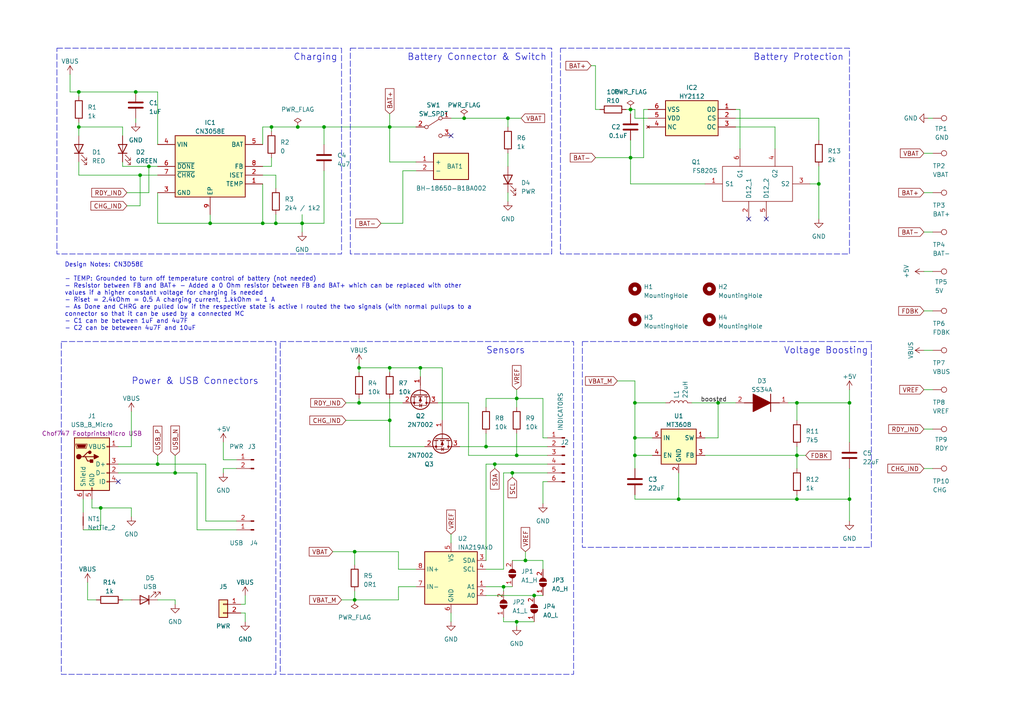
<source format=kicad_sch>
(kicad_sch (version 20231120) (generator "eeschema") (generator_version "8.0")
  (paper "A4")
  (title_block (company "chof.org"))
  (lib_symbols
    (symbol " Chof747 Batteries:BH-18650-B1BA002"
      (property "Reference" "BT" (at 16.51 7.62 0))
      (property "Value" "BH-18650-B1BA002" (at 16.51 5.08 0))
      (symbol "BH-18650-B1BA002_1_1"
        (pin passive line (at 0 -2.54 0) (length 5.08) (name "+") (number "1"))
        (pin passive line (at 0 0 0) (length 5.08) (name "-") (number "2"))
      )
    )
    (symbol "Chof747  Battery Management:CN3058E"
      (property "Reference" "IC" (at 26.67 7.62 0))
      (property "Value" "CN3058E" (at 26.67 5.08 0))
      (symbol "CN3058E_1_1"
        (pin passive line (at 30.48 -11.43 180) (length 5.08) (name "TEMP") (number "1"))
        (pin passive line (at 30.48 -8.89 180) (length 5.08) (name "ISET") (number "2"))
        (pin passive line (at 0 -13.97 0) (length 5.08) (name "GND") (number "3"))
        (pin passive line (at 0 0 0) (length 5.08) (name "VIN") (number "4"))
        (pin passive line (at 30.48 0 180) (length 5.08) (name "BAT") (number "5"))
        (pin passive line (at 0 -6.35 0) (length 5.08) (name "~{DONE}") (number "6"))
        (pin passive line (at 0 -8.89 0) (length 5.08) (name "~{CHRG}") (number "7"))
        (pin passive line (at 30.48 -6.35 180) (length 5.08) (name "FB") (number "8"))
        (pin passive line (at 15.24 -20.32 90) (length 5.08) (name "EP") (number "9"))
      )
    )
    (symbol "Chof747  Battery Management:HY2112"
      (property "Reference" "IC" (at 21.59 7.62 0))
      (property "Value" "HY2112" (at 21.59 5.08 0))
      (symbol "HY2112_1_1"
        (pin passive line (at 0 0 0) (length 5.08) (name "OD") (number "1"))
        (pin passive line (at 0 -2.54 0) (length 5.08) (name "CS") (number "2"))
        (pin passive line (at 0 -5.08 0) (length 5.08) (name "OC") (number "3"))
        (pin no_connect line (at 25.4 -5.08 180) (length 5.08) (name "NC") (number "4"))
        (pin passive line (at 25.4 -2.54 180) (length 5.08) (name "VDD") (number "5"))
        (pin passive line (at 25.4 0 180) (length 5.08) (name "VSS") (number "6"))
      )
    )
    (symbol "Chof747 Transistors and Mosfets:FS8205" (pin_names (offset 0.762))
      (property "Reference" "Q" (at 26.67 7.62 0))
      (property "Value" "FS8205" (at 26.67 5.08 0))
      (symbol "FS8205_0_0"
        (pin passive line (at 0 -2.54 0) (length 5.08) (name "S1") (number "1"))
        (pin passive line (at 12.7 -12.7 90) (length 5.08) (name "D12_1") (number "2"))
        (pin passive line (at 30.48 -2.54 180) (length 5.08) (name "S2") (number "3"))
        (pin input line (at 20.32 7.62 270) (length 5.08) (name "G2") (number "4"))
        (pin passive line (at 17.78 -12.7 90) (length 5.08) (name "D12_2") (number "5"))
        (pin input line (at 10.16 7.62 270) (length 5.08) (name "G1") (number "6"))
      )
    )
    (symbol "Chof747 passive:SS34A" (pin_names hide)
      (property "Reference" "D" (at 11.43 5.08 0))
      (property "Value" "SS34A" (at 11.43 2.54 0))
      (symbol "SS34A_1_1"
        (pin passive line (at 0 0 0) (length 2.54) (name "K") (number "1"))
        (pin passive line (at 15.24 0 180) (length 2.54) (name "A") (number "2"))
      )
    )
    (symbol "Connector:Conn_01x02_Pin" (pin_names (offset 1.016) hide)
      (property "Reference" "J" (at 0 2.54 0))
      (property "Value" "Conn_01x02_Pin" (at 0 -5.08 0))
      (symbol "Conn_01x02_Pin_1_1"
        (pin passive line (at 5.08 0 180) (length 3.81) (name "Pin_1") (number "1"))
        (pin passive line (at 5.08 -2.54 180) (length 3.81) (name "Pin_2") (number "2"))
      )
    )
    (symbol "Connector:Conn_01x06_Pin" (pin_names (offset 1.016) hide)
      (property "Reference" "J" (at 0 7.62 0))
      (property "Value" "Conn_01x06_Pin" (at 0 -10.16 0))
      (symbol "Conn_01x06_Pin_1_1"
        (pin passive line (at 5.08 5.08 180) (length 3.81) (name "Pin_1") (number "1"))
        (pin passive line (at 5.08 2.54 180) (length 3.81) (name "Pin_2") (number "2"))
        (pin passive line (at 5.08 0 180) (length 3.81) (name "Pin_3") (number "3"))
        (pin passive line (at 5.08 -2.54 180) (length 3.81) (name "Pin_4") (number "4"))
        (pin passive line (at 5.08 -5.08 180) (length 3.81) (name "Pin_5") (number "5"))
        (pin passive line (at 5.08 -7.62 180) (length 3.81) (name "Pin_6") (number "6"))
      )
    )
    (symbol "Connector:TestPoint" (pin_numbers hide) (pin_names (offset 0.762) hide)
      (property "Reference" "TP" (at 0 6.858 0))
      (property "Value" "TestPoint" (at 0 5.08 0))
      (symbol "TestPoint_1_1"
        (pin passive line (at 0 0 90) (length 2.54) (name "1") (number "1"))
      )
    )
    (symbol "Connector:USB_B_Micro" (pin_names (offset 1.016))
      (property "Reference" "J" (at -5.08 11.43 0))
      (property "Value" "USB_B_Micro" (at -5.08 8.89 0))
      (symbol "USB_B_Micro_1_1"
        (pin power_out line (at 7.62 5.08 180) (length 2.54) (name "VBUS") (number "1"))
        (pin bidirectional line (at 7.62 -2.54 180) (length 2.54) (name "D-") (number "2"))
        (pin bidirectional line (at 7.62 0 180) (length 2.54) (name "D+") (number "3"))
        (pin passive line (at 7.62 -5.08 180) (length 2.54) (name "ID") (number "4"))
        (pin power_out line (at 0 -10.16 90) (length 2.54) (name "GND") (number "5"))
        (pin passive line (at -2.54 -10.16 90) (length 2.54) (name "Shield") (number "6"))
      )
    )
    (symbol "Connector_Generic:Conn_01x02" (pin_names (offset 1.016) hide)
      (property "Reference" "J" (at 0 2.54 0))
      (property "Value" "Conn_01x02" (at 0 -5.08 0))
      (symbol "Conn_01x02_1_1"
        (pin passive line (at -5.08 0 0) (length 3.81) (name "Pin_1") (number "1"))
        (pin passive line (at -5.08 -2.54 0) (length 3.81) (name "Pin_2") (number "2"))
      )
    )
    (symbol "Device:C" (pin_numbers hide) (pin_names (offset 0.254))
      (property "Reference" "C" (at 0.635 2.54 0))
      (property "Value" "C" (at 0.635 -2.54 0))
      (symbol "C_1_1"
        (pin passive line (at 0 3.81 270) (length 2.794) (name "~") (number "1"))
        (pin passive line (at 0 -3.81 90) (length 2.794) (name "~") (number "2"))
      )
    )
    (symbol "Device:L" (pin_numbers hide) (pin_names (offset 1.016) hide)
      (property "Reference" "L" (at -1.27 0 90))
      (property "Value" "L" (at 1.905 0 90))
      (symbol "L_1_1"
        (pin passive line (at 0 3.81 270) (length 1.27) (name "1") (number "1"))
        (pin passive line (at 0 -3.81 90) (length 1.27) (name "2") (number "2"))
      )
    )
    (symbol "Device:LED" (pin_numbers hide) (pin_names (offset 1.016) hide)
      (property "Reference" "D" (at 0 2.54 0))
      (property "Value" "LED" (at 0 -2.54 0))
      (symbol "LED_1_1"
        (pin passive line (at -3.81 0 0) (length 2.54) (name "K") (number "1"))
        (pin passive line (at 3.81 0 180) (length 2.54) (name "A") (number "2"))
      )
    )
    (symbol "Device:NetTie_2" (pin_numbers hide) (pin_names (offset 0) hide) (in_bom no)
      (property "Reference" "NT" (at 0 1.27 0))
      (property "Value" "NetTie_2" (at 0 -1.27 0))
      (symbol "NetTie_2_1_1"
        (pin passive line (at -2.54 0 0) (length 2.54) (name "1") (number "1"))
        (pin passive line (at 2.54 0 180) (length 2.54) (name "2") (number "2"))
      )
    )
    (symbol "Device:R" (pin_numbers hide) (pin_names (offset 0))
      (property "Reference" "R" (at 2.032 0 90))
      (property "Value" "R" (at 0 0 90))
      (symbol "R_1_1"
        (pin passive line (at 0 3.81 270) (length 1.27) (name "~") (number "1"))
        (pin passive line (at 0 -3.81 90) (length 1.27) (name "~") (number "2"))
      )
    )
    (symbol "Jumper:SolderJumper_2_Open" (pin_names (offset 0) hide)
      (property "Reference" "JP" (at 0 2.032 0))
      (property "Value" "SolderJumper_2_Open" (at 0 -2.54 0))
      (symbol "SolderJumper_2_Open_1_1"
        (pin passive line (at -3.81 0 0) (length 2.54) (name "A") (number "1"))
        (pin passive line (at 3.81 0 180) (length 2.54) (name "B") (number "2"))
      )
    )
    (symbol "Mechanical:MountingHole" (pin_names (offset 1.016))
      (property "Reference" "H" (at 0 5.08 0))
      (property "Value" "MountingHole" (at 0 3.175 0))
    )
    (symbol "Regulator_Switching:MT3608"
      (property "Reference" "U" (at -2.54 8.89 0))
      (property "Value" "MT3608" (at -3.81 6.35 0))
      (symbol "MT3608_1_1"
        (pin passive line (at 7.62 2.54 180) (length 2.54) (name "SW") (number "1"))
        (pin power_in line (at 0 -7.62 90) (length 2.54) (name "GND") (number "2"))
        (pin input line (at 7.62 -2.54 180) (length 2.54) (name "FB") (number "3"))
        (pin input line (at -7.62 -2.54 0) (length 2.54) (name "EN") (number "4"))
        (pin power_in line (at -7.62 2.54 0) (length 2.54) (name "IN") (number "5"))
        (pin no_connect line (at 5.08 0 180) (length 2.54) hide (name "NC") (number "6"))
      )
    )
    (symbol "Sensor_Energy:INA219AxD"
      (property "Reference" "U" (at -6.35 8.89 0))
      (property "Value" "INA219AxD" (at 5.08 8.89 0))
      (symbol "INA219AxD_1_1"
        (pin input line (at 10.16 -2.54 180) (length 2.54) (name "A1") (number "1"))
        (pin input line (at 10.16 -5.08 180) (length 2.54) (name "A0") (number "2"))
        (pin bidirectional line (at 10.16 5.08 180) (length 2.54) (name "SDA") (number "3"))
        (pin input line (at 10.16 2.54 180) (length 2.54) (name "SCL") (number "4"))
        (pin power_in line (at 0 10.16 270) (length 2.54) (name "VS") (number "5"))
        (pin power_in line (at 0 -10.16 90) (length 2.54) (name "GND") (number "6"))
        (pin input line (at -10.16 -2.54 0) (length 2.54) (name "IN-") (number "7"))
        (pin input line (at -10.16 2.54 0) (length 2.54) (name "IN+") (number "8"))
      )
    )
    (symbol "Switch:SW_SPDT" (pin_names (offset 0) hide)
      (property "Reference" "SW" (at 0 4.318 0))
      (property "Value" "SW_SPDT" (at 0 -5.08 0))
      (symbol "SW_SPDT_1_1"
        (pin passive line (at 5.08 2.54 180) (length 2.54) (name "A") (number "1"))
        (pin passive line (at -5.08 0 0) (length 2.54) (name "B") (number "2"))
        (pin passive line (at 5.08 -2.54 180) (length 2.54) (name "C") (number "3"))
      )
    )
    (symbol "Transistor_FET:2N7002" (pin_names hide)
      (property "Reference" "Q" (at 5.08 1.905 0))
      (property "Value" "2N7002" (at 5.08 0 0))
      (symbol "2N7002_1_1"
        (pin input line (at -5.08 0 0) (length 2.54) (name "G") (number "1"))
        (pin passive line (at 2.54 -5.08 90) (length 2.54) (name "S") (number "2"))
        (pin passive line (at 2.54 5.08 270) (length 2.54) (name "D") (number "3"))
      )
    )
    (symbol "power:+5V" (power) (pin_names (offset 0))
      (property "Value" "+5V" (at 0 3.556 0))
      (symbol "+5V_1_1"
        (pin power_in line (at 0 0 90) (length 0) hide (name "+5V") (number "1"))
      )
    )
    (symbol "power:GND" (power) (pin_names (offset 0))
      (property "Value" "GND" (at 0 -3.81 0))
      (symbol "GND_1_1"
        (pin power_in line (at 0 0 270) (length 0) hide (name "GND") (number "1"))
      )
    )
    (symbol "power:PWR_FLAG" (power) (pin_numbers hide) (pin_names (offset 0) hide)
      (property "Value" "PWR_FLAG" (at 0 3.81 0))
      (symbol "PWR_FLAG_0_0"
        (pin power_out line (at 0 0 90) (length 0) (name "pwr") (number "1"))
      )
    )
    (symbol "power:VBUS" (power) (pin_names (offset 0))
      (property "Value" "VBUS" (at 0 3.81 0))
      (symbol "VBUS_1_1"
        (pin power_in line (at 0 0 90) (length 0) hide (name "VBUS") (number "1"))
      )
    )
  )
  (junction (at 184.15 132.08))
  (junction (at 143.51 134.62))
  (junction (at 22.86 26.67))
  (junction (at 182.88 31.75))
  (junction (at 40.64 50.8))
  (junction (at 113.03 36.83))
  (junction (at 208.28 116.84))
  (junction (at 152.4 162.56))
  (junction (at 231.14 116.84))
  (junction (at 76.2 64.77))
  (junction (at 104.14 116.84))
  (junction (at 29.21 147.32))
  (junction (at 148.59 137.16))
  (junction (at 60.96 64.77))
  (junction (at 231.14 144.78))
  (junction (at 104.14 106.68))
  (junction (at 146.05 170.18))
  (junction (at 246.38 144.78))
  (junction (at 147.32 34.29))
  (junction (at 149.86 180.34))
  (junction (at 102.87 160.02))
  (junction (at 39.37 26.67))
  (junction (at 121.92 106.68))
  (junction (at 102.87 173.99))
  (junction (at 184.15 116.84))
  (junction (at 78.74 36.83))
  (junction (at 184.15 127))
  (junction (at 246.38 116.84))
  (junction (at 149.86 115.57))
  (junction (at 140.97 129.54))
  (junction (at 45.72 134.62))
  (junction (at 87.63 64.77))
  (junction (at 43.18 48.26))
  (junction (at 86.36 36.83))
  (junction (at 22.86 36.83))
  (junction (at 154.94 172.72))
  (junction (at 93.98 36.83))
  (junction (at 149.86 132.08))
  (junction (at 196.85 144.78))
  (junction (at 80.01 64.77))
  (junction (at 113.03 106.68))
  (junction (at 113.03 121.92))
  (junction (at 231.14 132.08))
  (junction (at 134.62 34.29))
  (junction (at 237.49 53.34))
  (junction (at 182.88 45.72))
  (junction (at 50.8 137.16))
  (no_connect (at 217.17 63.5))
  (no_connect (at 34.29 139.7))
  (no_connect (at 222.25 63.5))
  (no_connect (at 130.81 39.37))
  (wire (pts (xy 204.47 53.34) (xy 182.88 53.34)))
  (wire (pts (xy 104.14 115.57) (xy 104.14 116.84)))
  (wire (pts (xy 35.56 36.83) (xy 35.56 39.37)))
  (wire (pts (xy 200.66 116.84) (xy 208.28 116.84)))
  (wire (pts (xy 80.01 50.8) (xy 80.01 54.61)))
  (wire (pts (xy 50.8 132.08) (xy 50.8 137.16)))
  (wire (pts (xy 36.83 59.69) (xy 40.64 59.69)))
  (wire (pts (xy 182.88 40.64) (xy 182.88 45.72)))
  (wire (pts (xy 38.1 147.32) (xy 38.1 149.86)))
  (wire (pts (xy 93.98 36.83) (xy 93.98 41.91)))
  (wire (pts (xy 29.21 147.32) (xy 38.1 147.32)))
  (wire (pts (xy 38.1 129.54) (xy 34.29 129.54)))
  (wire (pts (xy 57.15 137.16) (xy 57.15 153.67)))
  (wire (pts (xy 213.36 34.29) (xy 237.49 34.29)))
  (wire (pts (xy 113.03 106.68) (xy 121.92 106.68)))
  (wire (pts (xy 69.85 177.8) (xy 71.12 177.8)))
  (wire (pts (xy 64.77 137.16) (xy 64.77 135.89)))
  (wire (pts (xy 93.98 49.53) (xy 93.98 64.77)))
  (wire (pts (xy 140.97 134.62) (xy 140.97 162.56)))
  (wire (pts (xy 147.32 34.29) (xy 147.32 36.83)))
  (wire (pts (xy 78.74 36.83) (xy 86.36 36.83)))
  (wire (pts (xy 113.03 115.57) (xy 113.03 121.92)))
  (wire (pts (xy 158.75 139.7) (xy 157.48 139.7)))
  (wire (pts (xy 71.12 177.8) (xy 71.12 180.34)))
  (wire (pts (xy 76.2 36.83) (xy 76.2 41.91)))
  (wire (pts (xy 213.36 36.83) (xy 224.79 36.83)))
  (wire (pts (xy 231.14 132.08) (xy 231.14 135.89)))
  (wire (pts (xy 184.15 127) (xy 189.23 127)))
  (wire (pts (xy 86.36 36.83) (xy 93.98 36.83)))
  (wire (pts (xy 228.6 116.84) (xy 231.14 116.84)))
  (wire (pts (xy 143.51 134.62) (xy 140.97 134.62)))
  (wire (pts (xy 182.88 45.72) (xy 172.72 45.72)))
  (wire (pts (xy 115.57 173.99) (xy 115.57 170.18)))
  (wire (pts (xy 134.62 34.29) (xy 147.32 34.29)))
  (wire (pts (xy 39.37 26.67) (xy 45.72 26.67)))
  (wire (pts (xy 115.57 160.02) (xy 115.57 165.1)))
  (wire (pts (xy 45.72 26.67) (xy 45.72 41.91)))
  (wire (pts (xy 149.86 115.57) (xy 149.86 118.11)))
  (wire (pts (xy 184.15 132.08) (xy 184.15 135.89)))
  (wire (pts (xy 22.86 36.83) (xy 22.86 39.37)))
  (wire (pts (xy 76.2 36.83) (xy 78.74 36.83)))
  (wire (pts (xy 147.32 34.29) (xy 151.13 34.29)))
  (wire (pts (xy 35.56 48.26) (xy 43.18 48.26)))
  (wire (pts (xy 102.87 160.02) (xy 102.87 163.83)))
  (wire (pts (xy 76.2 50.8) (xy 80.01 50.8)))
  (wire (pts (xy 35.56 173.99) (xy 38.1 173.99)))
  (wire (pts (xy 59.69 134.62) (xy 59.69 151.13)))
  (wire (pts (xy 237.49 53.34) (xy 234.95 53.34)))
  (wire (pts (xy 60.96 64.77) (xy 60.96 62.23)))
  (wire (pts (xy 182.88 31.75) (xy 182.88 33.02)))
  (wire (pts (xy 270.51 44.45) (xy 267.97 44.45)))
  (wire (pts (xy 148.59 137.16) (xy 146.05 137.16)))
  (wire (pts (xy 20.32 26.67) (xy 22.86 26.67)))
  (wire (pts (xy 140.97 170.18) (xy 146.05 170.18)))
  (wire (pts (xy 96.52 160.02) (xy 102.87 160.02)))
  (wire (pts (xy 135.89 116.84) (xy 127 116.84)))
  (wire (pts (xy 179.07 110.49) (xy 184.15 110.49)))
  (wire (pts (xy 115.57 170.18) (xy 120.65 170.18)))
  (wire (pts (xy 24.13 144.78) (xy 24.13 148.59)))
  (wire (pts (xy 270.51 78.74) (xy 267.97 78.74)))
  (wire (pts (xy 43.18 48.26) (xy 45.72 48.26)))
  (wire (pts (xy 246.38 113.03) (xy 246.38 116.84)))
  (wire (pts (xy 143.51 135.89) (xy 143.51 134.62)))
  (wire (pts (xy 149.86 115.57) (xy 140.97 115.57)))
  (wire (pts (xy 184.15 116.84) (xy 193.04 116.84)))
  (wire (pts (xy 196.85 137.16) (xy 196.85 144.78)))
  (wire (pts (xy 184.15 110.49) (xy 184.15 116.84)))
  (wire (pts (xy 270.51 90.17) (xy 267.97 90.17)))
  (wire (pts (xy 130.81 154.94) (xy 130.81 157.48)))
  (wire (pts (xy 237.49 48.26) (xy 237.49 53.34)))
  (wire (pts (xy 146.05 180.34) (xy 149.86 180.34)))
  (wire (pts (xy 110.49 64.77) (xy 116.84 64.77)))
  (wire (pts (xy 102.87 171.45) (xy 102.87 173.99)))
  (wire (pts (xy 231.14 143.51) (xy 231.14 144.78)))
  (wire (pts (xy 147.32 44.45) (xy 147.32 48.26)))
  (wire (pts (xy 270.51 67.31) (xy 267.97 67.31)))
  (wire (pts (xy 224.79 36.83) (xy 224.79 43.18)))
  (wire (pts (xy 231.14 144.78) (xy 196.85 144.78)))
  (wire (pts (xy 29.21 153.67) (xy 29.21 147.32)))
  (wire (pts (xy 100.33 121.92) (xy 113.03 121.92)))
  (wire (pts (xy 140.97 129.54) (xy 158.75 129.54)))
  (wire (pts (xy 270.51 55.88) (xy 267.97 55.88)))
  (wire (pts (xy 87.63 64.77) (xy 87.63 67.31)))
  (wire (pts (xy 146.05 179.07) (xy 146.05 180.34)))
  (wire (pts (xy 39.37 34.29) (xy 39.37 35.56)))
  (wire (pts (xy 80.01 64.77) (xy 87.63 64.77)))
  (wire (pts (xy 100.33 116.84) (xy 104.14 116.84)))
  (wire (pts (xy 130.81 34.29) (xy 134.62 34.29)))
  (wire (pts (xy 152.4 160.02) (xy 152.4 162.56)))
  (wire (pts (xy 172.72 31.75) (xy 173.99 31.75)))
  (wire (pts (xy 172.72 19.05) (xy 172.72 31.75)))
  (wire (pts (xy 113.03 129.54) (xy 113.03 121.92)))
  (wire (pts (xy 154.94 180.34) (xy 149.86 180.34)))
  (wire (pts (xy 149.86 113.03) (xy 149.86 115.57)))
  (wire (pts (xy 25.4 168.91) (xy 25.4 173.99)))
  (wire (pts (xy 133.35 129.54) (xy 140.97 129.54)))
  (wire (pts (xy 157.48 162.56) (xy 152.4 162.56)))
  (wire (pts (xy 231.14 116.84) (xy 231.14 121.92)))
  (wire (pts (xy 36.83 55.88) (xy 43.18 55.88)))
  (wire (pts (xy 113.03 33.02) (xy 113.03 36.83)))
  (wire (pts (xy 104.14 116.84) (xy 116.84 116.84)))
  (wire (pts (xy 182.88 53.34) (xy 182.88 45.72)))
  (wire (pts (xy 76.2 53.34) (xy 76.2 64.77)))
  (wire (pts (xy 130.81 177.8) (xy 130.81 180.34)))
  (wire (pts (xy 186.69 31.75) (xy 186.69 45.72)))
  (wire (pts (xy 184.15 34.29) (xy 187.96 34.29)))
  (wire (pts (xy 148.59 137.16) (xy 158.75 137.16)))
  (wire (pts (xy 231.14 132.08) (xy 233.68 132.08)))
  (wire (pts (xy 140.97 172.72) (xy 154.94 172.72)))
  (wire (pts (xy 45.72 134.62) (xy 59.69 134.62)))
  (wire (pts (xy 231.14 144.78) (xy 246.38 144.78)))
  (wire (pts (xy 135.89 132.08) (xy 149.86 132.08)))
  (wire (pts (xy 186.69 31.75) (xy 187.96 31.75)))
  (wire (pts (xy 237.49 34.29) (xy 237.49 40.64)))
  (wire (pts (xy 116.84 49.53) (xy 120.65 49.53)))
  (wire (pts (xy 104.14 106.68) (xy 104.14 107.95)))
  (wire (pts (xy 26.67 144.78) (xy 26.67 147.32)))
  (wire (pts (xy 57.15 153.67) (xy 68.58 153.67)))
  (wire (pts (xy 38.1 119.38) (xy 38.1 129.54)))
  (wire (pts (xy 148.59 138.43) (xy 148.59 137.16)))
  (wire (pts (xy 104.14 105.41) (xy 104.14 106.68)))
  (wire (pts (xy 184.15 144.78) (xy 196.85 144.78)))
  (wire (pts (xy 184.15 132.08) (xy 189.23 132.08)))
  (wire (pts (xy 50.8 137.16) (xy 57.15 137.16)))
  (wire (pts (xy 246.38 116.84) (xy 246.38 128.27)))
  (wire (pts (xy 208.28 127) (xy 208.28 116.84)))
  (wire (pts (xy 102.87 173.99) (xy 115.57 173.99)))
  (wire (pts (xy 20.32 21.59) (xy 20.32 26.67)))
  (wire (pts (xy 64.77 133.35) (xy 68.58 133.35)))
  (wire (pts (xy 149.86 125.73) (xy 149.86 132.08)))
  (wire (pts (xy 45.72 64.77) (xy 60.96 64.77)))
  (wire (pts (xy 231.14 116.84) (xy 246.38 116.84)))
  (wire (pts (xy 25.4 173.99) (xy 27.94 173.99)))
  (wire (pts (xy 171.45 19.05) (xy 172.72 19.05)))
  (wire (pts (xy 93.98 64.77) (xy 87.63 64.77)))
  (wire (pts (xy 128.27 106.68) (xy 128.27 121.92)))
  (wire (pts (xy 40.64 59.69) (xy 40.64 50.8)))
  (wire (pts (xy 50.8 137.16) (xy 34.29 137.16)))
  (wire (pts (xy 26.67 147.32) (xy 29.21 147.32)))
  (wire (pts (xy 182.88 31.75) (xy 184.15 31.75)))
  (wire (pts (xy 231.14 132.08) (xy 231.14 129.54)))
  (wire (pts (xy 270.51 124.46) (xy 267.97 124.46)))
  (wire (pts (xy 113.03 36.83) (xy 120.65 36.83)))
  (wire (pts (xy 158.75 127) (xy 157.48 127)))
  (wire (pts (xy 270.51 113.03) (xy 267.97 113.03)))
  (wire (pts (xy 146.05 137.16) (xy 146.05 165.1)))
  (wire (pts (xy 147.32 55.88) (xy 147.32 58.42)))
  (wire (pts (xy 69.85 175.26) (xy 71.12 175.26)))
  (wire (pts (xy 157.48 115.57) (xy 149.86 115.57)))
  (wire (pts (xy 40.64 50.8) (xy 45.72 50.8)))
  (wire (pts (xy 135.89 116.84) (xy 135.89 132.08)))
  (wire (pts (xy 78.74 48.26) (xy 78.74 45.72)))
  (wire (pts (xy 140.97 125.73) (xy 140.97 129.54)))
  (wire (pts (xy 121.92 106.68) (xy 121.92 109.22)))
  (wire (pts (xy 143.51 134.62) (xy 158.75 134.62)))
  (wire (pts (xy 71.12 175.26) (xy 71.12 172.72)))
  (wire (pts (xy 184.15 143.51) (xy 184.15 144.78)))
  (wire (pts (xy 237.49 53.34) (xy 237.49 63.5)))
  (wire (pts (xy 93.98 36.83) (xy 113.03 36.83)))
  (wire (pts (xy 102.87 160.02) (xy 115.57 160.02)))
  (wire (pts (xy 154.94 172.72) (xy 157.48 172.72)))
  (wire (pts (xy 148.59 162.56) (xy 152.4 162.56)))
  (wire (pts (xy 87.63 62.23) (xy 87.63 64.77)))
  (wire (pts (xy 157.48 139.7) (xy 157.48 146.05)))
  (wire (pts (xy 146.05 170.18) (xy 148.59 170.18)))
  (wire (pts (xy 184.15 116.84) (xy 184.15 127)))
  (wire (pts (xy 146.05 165.1) (xy 140.97 165.1)))
  (wire (pts (xy 246.38 144.78) (xy 246.38 151.13)))
  (wire (pts (xy 99.06 173.99) (xy 102.87 173.99)))
  (wire (pts (xy 140.97 115.57) (xy 140.97 118.11)))
  (wire (pts (xy 115.57 165.1) (xy 120.65 165.1)))
  (wire (pts (xy 214.63 31.75) (xy 214.63 43.18)))
  (wire (pts (xy 35.56 46.99) (xy 35.56 48.26)))
  (wire (pts (xy 146.05 171.45) (xy 146.05 170.18)))
  (wire (pts (xy 45.72 132.08) (xy 45.72 134.62)))
  (wire (pts (xy 113.03 46.99) (xy 120.65 46.99)))
  (wire (pts (xy 157.48 127) (xy 157.48 115.57)))
  (wire (pts (xy 181.61 31.75) (xy 182.88 31.75)))
  (wire (pts (xy 121.92 106.68) (xy 128.27 106.68)))
  (wire (pts (xy 184.15 31.75) (xy 184.15 34.29)))
  (wire (pts (xy 204.47 127) (xy 208.28 127)))
  (wire (pts (xy 113.03 36.83) (xy 113.03 46.99)))
  (wire (pts (xy 59.69 151.13) (xy 68.58 151.13)))
  (wire (pts (xy 270.51 34.29) (xy 269.24 34.29)))
  (wire (pts (xy 22.86 36.83) (xy 35.56 36.83)))
  (wire (pts (xy 22.86 26.67) (xy 22.86 27.94)))
  (wire (pts (xy 270.51 135.89) (xy 267.97 135.89)))
  (wire (pts (xy 208.28 116.84) (xy 213.36 116.84)))
  (wire (pts (xy 204.47 132.08) (xy 231.14 132.08)))
  (wire (pts (xy 157.48 165.1) (xy 157.48 162.56)))
  (wire (pts (xy 24.13 153.67) (xy 29.21 153.67)))
  (wire (pts (xy 64.77 128.27) (xy 64.77 133.35)))
  (wire (pts (xy 104.14 106.68) (xy 113.03 106.68)))
  (wire (pts (xy 246.38 144.78) (xy 246.38 135.89)))
  (wire (pts (xy 45.72 173.99) (xy 50.8 173.99)))
  (wire (pts (xy 270.51 101.6) (xy 267.97 101.6)))
  (wire (pts (xy 22.86 46.99) (xy 22.86 50.8)))
  (wire (pts (xy 80.01 64.77) (xy 80.01 62.23)))
  (wire (pts (xy 22.86 26.67) (xy 39.37 26.67)))
  (wire (pts (xy 50.8 173.99) (xy 50.8 175.26)))
  (wire (pts (xy 22.86 35.56) (xy 22.86 36.83)))
  (wire (pts (xy 113.03 129.54) (xy 123.19 129.54)))
  (wire (pts (xy 78.74 38.1) (xy 78.74 36.83)))
  (wire (pts (xy 22.86 50.8) (xy 40.64 50.8)))
  (wire (pts (xy 214.63 31.75) (xy 213.36 31.75)))
  (wire (pts (xy 76.2 48.26) (xy 78.74 48.26)))
  (wire (pts (xy 64.77 135.89) (xy 68.58 135.89)))
  (wire (pts (xy 113.03 106.68) (xy 113.03 107.95)))
  (wire (pts (xy 45.72 55.88) (xy 45.72 64.77)))
  (wire (pts (xy 45.72 134.62) (xy 34.29 134.62)))
  (wire (pts (xy 149.86 132.08) (xy 158.75 132.08)))
  (wire (pts (xy 186.69 45.72) (xy 182.88 45.72)))
  (wire (pts (xy 76.2 64.77) (xy 80.01 64.77)))
  (wire (pts (xy 60.96 64.77) (xy 76.2 64.77)))
  (wire (pts (xy 149.86 180.34) (xy 149.86 181.61)))
  (wire (pts (xy 116.84 64.77) (xy 116.84 49.53)))
  (wire (pts (xy 43.18 55.88) (xy 43.18 48.26)))
  (wire (pts (xy 184.15 127) (xy 184.15 132.08)))
  (rectangle (start 162.56 13.97) (end 246.38 73.66) (stroke (width 0) (type dash)))
  (rectangle (start 16.51 13.97) (end 99.06 73.66) (stroke (width 0) (type dash)))
  (rectangle (start 168.91 99.06) (end 252.73 158.75) (stroke (width 0) (type dash)))
  (rectangle (start 17.78 99.06) (end 80.01 195.58) (stroke (width 0) (type dash)))
  (rectangle (start 101.6 13.97) (end 160.02 73.66) (stroke (width 0) (type dash)))
  (rectangle (start 81.28 99.06) (end 166.37 195.58) (stroke (width 0) (type dash)))
  (text_box "Design Notes: CN3D58E\n\n- TEMP: Grounded to turn off temperature control of battery (not needed)\n- Resistor between FB and BAT+ - Added a 0 Ohm resistor between FB and BAT+ which can be replaced with other values if a higher constant voltage for charging is needed\n- Riset = 2.4kOhm = 0.5 A charging current, 1.kkOhm = 1 A\n- As Done and CHRG are pulled low if the respective state is active I routed the two signals (with normal pullups to a connector so that it can be used by a connected MC\n- C1 can be between 1uF and 4u7F \n- C2 can be beteween 4u7F and 10uF" (at 17.78 74.93 0) (size 120.65 21.59) (stroke (width -0.0001)) (effects (font (size 1.27 1.27)) (justify left top)))
  (text "Battery Connector & Switch" (at 118.11 17.78 0) (effects (font (size 1.905 1.905)) (justify left bottom)))
  (text "Charging" (at 85.09 17.78 0) (effects (font (size 1.905 1.905)) (justify left bottom)))
  (text "Voltage Boosting" (at 227.33 102.87 0) (effects (font (size 1.905 1.905)) (justify left bottom)))
  (text "Sensors" (at 140.97 102.87 0) (effects (font (size 1.905 1.905)) (justify left bottom)))
  (text "Power & USB Connectors" (at 38.1 111.76 0) (effects (font (size 1.905 1.905)) (justify left bottom)))
  (text "Battery Protection" (at 218.44 17.78 0) (effects (font (size 1.905 1.905)) (justify left bottom)))
  (label "boosted" (at 203.2 116.84 0))
  (global_label "BAT+" (shape input) (at 113.03 33.02 90) (property "Intersheetrefs" "${INTERSHEET_REFS}" (effects (hide yes))))
  (global_label "VBAT" (shape input) (at 267.97 44.45 180) (property "Intersheetrefs" "${INTERSHEET_REFS}" (effects (hide yes))))
  (global_label "CHG_IND" (shape input) (at 267.97 135.89 180) (property "Intersheetrefs" "${INTERSHEET_REFS}" (effects (hide yes))))
  (global_label "CHG_IND" (shape input) (at 100.33 121.92 180) (property "Intersheetrefs" "${INTERSHEET_REFS}" (effects (hide yes))))
  (global_label "BAT+" (shape input) (at 171.45 19.05 180) (property "Intersheetrefs" "${INTERSHEET_REFS}" (effects (hide yes))))
  (global_label "VBAT_M" (shape input) (at 179.07 110.49 180) (property "Intersheetrefs" "${INTERSHEET_REFS}" (effects (hide yes))))
  (global_label "BAT-" (shape input) (at 172.72 45.72 180) (property "Intersheetrefs" "${INTERSHEET_REFS}" (effects (hide yes))))
  (global_label "RDY_IND" (shape input) (at 267.97 124.46 180) (property "Intersheetrefs" "${INTERSHEET_REFS}" (effects (hide yes))))
  (global_label "VREF" (shape input) (at 152.4 160.02 90) (property "Intersheetrefs" "${INTERSHEET_REFS}" (effects (hide yes))))
  (global_label "VREF" (shape input) (at 149.86 113.03 90) (property "Intersheetrefs" "${INTERSHEET_REFS}" (effects (hide yes))))
  (global_label "RDY_IND" (shape input) (at 100.33 116.84 180) (property "Intersheetrefs" "${INTERSHEET_REFS}" (effects (hide yes))))
  (global_label "USB_N" (shape input) (at 50.8 132.08 90) (property "Intersheetrefs" "${INTERSHEET_REFS}" (effects (hide yes))))
  (global_label "VREF" (shape input) (at 130.81 154.94 90) (property "Intersheetrefs" "${INTERSHEET_REFS}" (effects (hide yes))))
  (global_label "VBAT" (shape input) (at 96.52 160.02 180) (property "Intersheetrefs" "${INTERSHEET_REFS}" (effects (hide yes))))
  (global_label "SDA" (shape input) (at 143.51 135.89 270) (property "Intersheetrefs" "${INTERSHEET_REFS}" (effects (hide yes))))
  (global_label "CHG_IND" (shape input) (at 36.83 59.69 180) (property "Intersheetrefs" "${INTERSHEET_REFS}" (effects (hide yes))))
  (global_label "FDBK" (shape input) (at 233.68 132.08 0) (property "Intersheetrefs" "${INTERSHEET_REFS}" (effects (hide yes))))
  (global_label "FDBK" (shape input) (at 267.97 90.17 180) (property "Intersheetrefs" "${INTERSHEET_REFS}" (effects (hide yes))))
  (global_label "VREF" (shape input) (at 267.97 113.03 180) (property "Intersheetrefs" "${INTERSHEET_REFS}" (effects (hide yes))))
  (global_label "BAT+" (shape input) (at 267.97 55.88 180) (property "Intersheetrefs" "${INTERSHEET_REFS}" (effects (hide yes))))
  (global_label "SCL" (shape input) (at 148.59 138.43 270) (property "Intersheetrefs" "${INTERSHEET_REFS}" (effects (hide yes))))
  (global_label "BAT-" (shape input) (at 110.49 64.77 180) (property "Intersheetrefs" "${INTERSHEET_REFS}" (effects (hide yes))))
  (global_label "USB_P" (shape input) (at 45.72 132.08 90) (property "Intersheetrefs" "${INTERSHEET_REFS}" (effects (hide yes))))
  (global_label "RDY_IND" (shape input) (at 36.83 55.88 180) (property "Intersheetrefs" "${INTERSHEET_REFS}" (effects (hide yes))))
  (global_label "VBAT_M" (shape input) (at 99.06 173.99 180) (property "Intersheetrefs" "${INTERSHEET_REFS}" (effects (hide yes))))
  (global_label "BAT-" (shape input) (at 267.97 67.31 180) (property "Intersheetrefs" "${INTERSHEET_REFS}" (effects (hide yes))))
  (global_label "VBAT" (shape input) (at 151.13 34.29 0) (property "Intersheetrefs" "${INTERSHEET_REFS}" (effects (hide yes))))
  (symbol (lib_id "Device:R") (at 113.03 111.76 0) (unit 1)
    (property "Reference" "R7" (at 115.57 111.125 0) (effects (justify left)))
    (property "Value" "10k" (at 115.57 113.665 0) (effects (justify left)))
    (property "Footprint" "Resistor_SMD:R_0603_1608Metric_Pad0.98x0.95mm_HandSolder" (effects (hide yes)))
  )
  (symbol (lib_id "Device:R") (at 149.86 121.92 0) (unit 1)
    (property "Reference" "R9" (at 152.4 121.285 0) (effects (justify left)))
    (property "Value" "10k" (at 152.4 123.825 0) (effects (justify left)))
    (property "Footprint" "Resistor_SMD:R_0603_1608Metric_Pad0.98x0.95mm_HandSolder" (effects (hide yes)))
  )
  (symbol (lib_id "Device:R") (at 231.14 139.7 0) (unit 1)
    (property "Reference" "R12" (at 233.68 139.065 0) (effects (justify left)))
    (property "Value" "1k" (at 233.68 141.605 0) (effects (justify left)))
    (property "Footprint" "Resistor_SMD:R_0603_1608Metric_Pad0.98x0.95mm_HandSolder" (effects (hide yes)))
  )
  (symbol (lib_id " Chof747 Batteries:BH-18650-B1BA002") (at 120.65 49.53 0) (mirror x) (unit 1)
    (property "Reference" "BAT1" (at 129.54 48.26 0) (effects (justify left)))
    (property "Value" "BH-18650-B1BA002" (at 120.65 54.61 0) (effects (justify left)))
    (property "Footprint" "Chof747 Footprints:BH18650B1BA002" (effects (hide yes)))
    (property "Datasheet" "https://datasheet.lcsc.com/lcsc/2204021730_MYOUNG-BH-18650-B1BA002_C2988620.pdf" (effects (hide yes)))
    (property "Height" "15.06" (effects (hide yes)))
    (property "Manufacturer_Name" "MYOUNG" (effects (hide yes)))
    (property "Manufacturer_Part_Number" "BH-18650-B1BA002" (effects (hide yes)))
  )
  (symbol (lib_id "Jumper:SolderJumper_2_Open") (at 154.94 176.53 90) (unit 1)
    (property "Reference" "JP4" (at 157.48 175.895 90) (effects (justify right)))
    (property "Value" "A0_L" (at 157.48 178.435 90) (effects (justify right)))
    (property "Footprint" "Jumper:SolderJumper-2_P1.3mm_Open_RoundedPad1.0x1.5mm" (effects (hide yes)))
  )
  (symbol (lib_id "Connector:TestPoint") (at 270.51 78.74 270) (unit 1)
    (property "Reference" "TP5" (at 271.145 81.788 90) (effects (justify left)))
    (property "Value" "5V" (at 271.145 84.328 90) (effects (justify left)))
    (property "Footprint" "TestPoint:TestPoint_Pad_2.0x2.0mm" (effects (hide yes)))
  )
  (symbol (lib_id "power:GND") (at 71.12 180.34 0) (unit 1)
    (property "Reference" "#PWR022" (effects (hide yes)))
    (property "Value" "GND" (at 71.12 185.42 0))
  )
  (symbol (lib_id "power:VBUS") (at 104.14 105.41 0) (unit 1)
    (property "Reference" "#PWR06" (effects (hide yes)))
    (property "Value" "VBUS" (at 104.14 101.6 0))
  )
  (symbol (lib_id "Device:C") (at 184.15 139.7 0) (unit 1)
    (property "Reference" "C3" (at 187.96 139.065 0) (effects (justify left)))
    (property "Value" "22uF" (at 187.96 141.605 0) (effects (justify left)))
    (property "Footprint" "Capacitor_SMD:C_1206_3216Metric_Pad1.33x1.80mm_HandSolder" (effects (hide yes)))
  )
  (symbol (lib_id "Connector:Conn_01x02_Pin") (at 73.66 133.35 0) (mirror y) (unit 1)
    (property "Reference" "J3" (at 73.025 129.54 0))
    (property "Value" "PWR" (at 68.58 129.54 0))
    (property "Footprint" "Connector_PinHeader_2.54mm:PinHeader_1x02_P2.54mm_Horizontal" (effects (hide yes)))
  )
  (symbol (lib_id "Device:R") (at 140.97 121.92 0) (unit 1)
    (property "Reference" "R8" (at 143.51 121.285 0) (effects (justify left)))
    (property "Value" "10k" (at 143.51 123.825 0) (effects (justify left)))
    (property "Footprint" "Resistor_SMD:R_0603_1608Metric_Pad0.98x0.95mm_HandSolder" (effects (hide yes)))
  )
  (symbol (lib_id "Mechanical:MountingHole") (at 205.74 83.82 0) (unit 1)
    (property "Reference" "H2" (at 208.28 83.185 0) (effects (justify left)))
    (property "Value" "MountingHole" (at 208.28 85.725 0) (effects (justify left)))
    (property "Footprint" "Chof747 Footprints:MountingHole_3.2mm_M3-smallBorder" (effects (hide yes)))
  )
  (symbol (lib_id "Device:R") (at 177.8 31.75 270) (unit 1)
    (property "Reference" "R10" (at 177.8 29.21 90))
    (property "Value" "100" (at 177.8 26.67 90))
    (property "Footprint" "Resistor_SMD:R_0603_1608Metric_Pad0.98x0.95mm_HandSolder" (effects (hide yes)))
  )
  (symbol (lib_id "Connector:TestPoint") (at 270.51 124.46 270) (unit 1)
    (property "Reference" "TP9" (at 271.145 127.508 90) (effects (justify left)))
    (property "Value" "RDY" (at 271.145 130.048 90) (effects (justify left)))
    (property "Footprint" "TestPoint:TestPoint_Pad_2.0x2.0mm" (effects (hide yes)))
  )
  (symbol (lib_id "Device:C") (at 39.37 30.48 0) (unit 1)
    (property "Reference" "C1" (at 43.18 29.845 0) (effects (justify left)))
    (property "Value" "1uF" (at 43.18 32.385 0) (effects (justify left)))
    (property "Footprint" "Capacitor_SMD:C_0603_1608Metric_Pad1.08x0.95mm_HandSolder" (effects (hide yes)))
  )
  (symbol (lib_id "power:VBUS") (at 71.12 172.72 0) (unit 1)
    (property "Reference" "#PWR021" (effects (hide yes)))
    (property "Value" "VBUS" (at 71.12 168.91 0))
  )
  (symbol (lib_id "Connector:USB_B_Micro") (at 26.67 134.62 0) (unit 1)
    (property "Reference" "J1" (at 26.67 120.65 0))
    (property "Value" "USB_B_Micro" (at 26.67 123.19 0))
    (property "Footprint" "Chof747 Footprints:Micro USB" (at 26.67 125.73 0))
  )
  (symbol (lib_id "Device:R") (at 31.75 173.99 90) (unit 1)
    (property "Reference" "R14" (at 31.75 168.91 90))
    (property "Value" "1k" (at 31.75 171.45 90))
    (property "Footprint" "Resistor_SMD:R_0603_1608Metric_Pad0.98x0.95mm_HandSolder" (effects (hide yes)))
  )
  (symbol (lib_id "Sensor_Energy:INA219AxD") (at 130.81 167.64 0) (unit 1)
    (property "Reference" "U2" (at 132.7659 156.21 0) (effects (justify left)))
    (property "Value" "INA219AxD" (at 132.7659 158.75 0) (effects (justify left)))
    (property "Footprint" "Package_SO:SOIC-8_3.9x4.9mm_P1.27mm" (effects (hide yes)))
    (property "Datasheet" "http://www.ti.com/lit/ds/symlink/ina219.pdf" (effects (hide yes)))
  )
  (symbol (lib_id "power:PWR_FLAG") (at 102.87 173.99 180) (unit 1)
    (property "Reference" "#FLG04" (effects (hide yes)))
    (property "Value" "PWR_FLAG" (at 102.87 179.07 0))
  )
  (symbol (lib_id "Device:L") (at 196.85 116.84 90) (unit 1)
    (property "Reference" "L1" (at 196.215 115.57 0) (effects (justify left)))
    (property "Value" "22uH" (at 198.755 115.57 0) (effects (justify left)))
    (property "Footprint" "Chof747 Footprints:SMD0740" (effects (hide yes)))
  )
  (symbol (lib_id "power:GND") (at 237.49 63.5 0) (unit 1)
    (property "Reference" "#PWR09" (effects (hide yes)))
    (property "Value" "GND" (at 237.49 68.58 0))
  )
  (symbol (lib_id "Connector_Generic:Conn_01x02") (at 64.77 175.26 0) (mirror y) (unit 1)
    (property "Reference" "J5" (at 64.77 170.18 0))
    (property "Value" "PWR" (at 64.77 181.61 0))
    (property "Footprint" "Chof747_Connectors:pad_1x2_1.5mmx3mm" (effects (hide yes)))
  )
  (symbol (lib_id "Device:R") (at 237.49 44.45 0) (unit 1)
    (property "Reference" "R13" (at 240.03 43.815 0) (effects (justify left)))
    (property "Value" "2k" (at 240.03 46.355 0) (effects (justify left)))
    (property "Footprint" "Resistor_SMD:R_0603_1608Metric_Pad0.98x0.95mm_HandSolder" (effects (hide yes)))
  )
  (symbol (lib_id "Connector:TestPoint") (at 270.51 34.29 270) (unit 1)
    (property "Reference" "TP1" (at 271.145 37.338 90) (effects (justify left)))
    (property "Value" "GND" (at 271.145 39.878 90) (effects (justify left)))
    (property "Footprint" "TestPoint:TestPoint_Pad_2.0x2.0mm" (effects (hide yes)))
  )
  (symbol (lib_id "Connector:TestPoint") (at 270.51 67.31 270) (unit 1)
    (property "Reference" "TP4" (at 270.51 70.993 90) (effects (justify left)))
    (property "Value" "BAT-" (at 270.51 73.533 90) (effects (justify left)))
    (property "Footprint" "TestPoint:TestPoint_Pad_2.0x2.0mm" (effects (hide yes)))
  )
  (symbol (lib_id "Device:R") (at 231.14 125.73 0) (unit 1)
    (property "Reference" "R11" (at 233.68 125.095 0) (effects (justify left)))
    (property "Value" "7k5" (at 233.68 127.635 0) (effects (justify left)))
    (property "Footprint" "Resistor_SMD:R_0603_1608Metric_Pad0.98x0.95mm_HandSolder" (effects (hide yes)))
  )
  (symbol (lib_id "power:PWR_FLAG") (at 182.88 31.75 0) (unit 1)
    (property "Reference" "#FLG02" (effects (hide yes)))
    (property "Value" "PWR_FLAG" (at 182.88 26.67 0))
  )
  (symbol (lib_id "Device:NetTie_2") (at 24.13 151.13 90) (unit 1) (in_bom no)
    (property "Reference" "NT1" (at 25.4 150.495 90) (effects (justify right)))
    (property "Value" "NetTie_2" (at 25.4 153.035 90) (effects (justify right)))
    (property "Footprint" "NetTie:NetTie-2_SMD_Pad0.5mm" (effects (hide yes)))
  )
  (symbol (lib_id "power:GND") (at 269.24 34.29 270) (unit 1)
    (property "Reference" "#PWR016" (effects (hide yes)))
    (property "Value" "GND" (at 264.16 34.29 90))
  )
  (symbol (lib_id "Device:R") (at 80.01 58.42 0) (unit 1)
    (property "Reference" "R3" (at 82.55 57.785 0) (effects (justify left)))
    (property "Value" "2k4 / 1k2" (at 82.55 60.325 0) (effects (justify left)))
    (property "Footprint" "Resistor_SMD:R_0603_1608Metric_Pad0.98x0.95mm_HandSolder" (effects (hide yes)))
  )
  (symbol (lib_id "Jumper:SolderJumper_2_Open") (at 148.59 166.37 90) (unit 1)
    (property "Reference" "JP1" (at 151.13 165.735 90) (effects (justify right)))
    (property "Value" "A1_H" (at 151.13 168.275 90) (effects (justify right)))
    (property "Footprint" "Jumper:SolderJumper-2_P1.3mm_Open_RoundedPad1.0x1.5mm" (effects (hide yes)))
  )
  (symbol (lib_id "Connector:TestPoint") (at 270.51 90.17 270) (unit 1)
    (property "Reference" "TP6" (at 270.51 93.853 90) (effects (justify left)))
    (property "Value" "FDBK" (at 270.51 96.393 90) (effects (justify left)))
    (property "Footprint" "TestPoint:TestPoint_Pad_2.0x2.0mm" (effects (hide yes)))
  )
  (symbol (lib_id "power:+5V") (at 246.38 113.03 0) (unit 1)
    (property "Reference" "#PWR011" (effects (hide yes)))
    (property "Value" "+5V" (at 246.38 109.22 0))
  )
  (symbol (lib_id "Connector:TestPoint") (at 270.51 101.6 270) (unit 1)
    (property "Reference" "TP7" (at 270.51 105.283 90) (effects (justify left)))
    (property "Value" "VBUS" (at 270.51 107.823 90) (effects (justify left)))
    (property "Footprint" "TestPoint:TestPoint_Pad_2.0x2.0mm" (effects (hide yes)))
  )
  (symbol (lib_id "power:+5V") (at 267.97 78.74 90) (unit 1)
    (property "Reference" "#PWR017" (effects (hide yes)))
    (property "Value" "+5V" (at 262.89 78.74 0))
  )
  (symbol (lib_id "Connector:Conn_01x06_Pin") (at 163.83 132.08 0) (mirror y) (unit 1)
    (property "Reference" "J2" (at 163.83 128.27 0))
    (property "Value" "INDICATORS" (at 162.56 119.38 90))
    (property "Footprint" "Connector_PinHeader_2.54mm:PinHeader_1x06_P2.54mm_Horizontal" (effects (hide yes)))
  )
  (symbol (lib_id "power:GND") (at 39.37 35.56 0) (unit 1)
    (property "Reference" "#PWR08" (effects (hide yes)))
    (property "Value" "GND" (at 39.37 40.64 0))
  )
  (symbol (lib_id "power:GND") (at 130.81 180.34 0) (unit 1)
    (property "Reference" "#PWR013" (effects (hide yes)))
    (property "Value" "GND" (at 130.81 185.42 0))
  )
  (symbol (lib_id "Connector:TestPoint") (at 270.51 113.03 270) (unit 1)
    (property "Reference" "TP8" (at 270.51 116.713 90) (effects (justify left)))
    (property "Value" "VREF" (at 270.51 119.253 90) (effects (justify left)))
    (property "Footprint" "TestPoint:TestPoint_Pad_2.0x2.0mm" (effects (hide yes)))
  )
  (symbol (lib_id "Transistor_FET:2N7002") (at 128.27 127 270) (unit 1)
    (property "Reference" "Q3" (at 124.46 134.62 90))
    (property "Value" "2N7002" (at 121.92 132.08 90))
    (property "Footprint" "Package_TO_SOT_SMD:SOT-23" (effects (hide yes)))
    (property "Datasheet" "https://www.onsemi.com/pub/Collateral/NDS7002A-D.PDF" (effects (hide yes)))
  )
  (symbol (lib_id "Jumper:SolderJumper_2_Open") (at 146.05 175.26 90) (unit 1)
    (property "Reference" "JP2" (at 148.59 174.625 90) (effects (justify right)))
    (property "Value" "A1_L" (at 148.59 177.165 90) (effects (justify right)))
    (property "Footprint" "Jumper:SolderJumper-2_P1.3mm_Open_RoundedPad1.0x1.5mm" (effects (hide yes)))
  )
  (symbol (lib_id "Chof747  Battery Management:HY2112") (at 213.36 31.75 0) (mirror y) (unit 1)
    (property "Reference" "IC2" (at 200.66 25.4 0))
    (property "Value" "HY2112" (at 200.66 27.94 0))
    (property "Footprint" "Chof747 Footprints:SOT95P280X145-6N" (effects (hide yes)))
    (property "Datasheet" "https://www.hycontek.com/en/products-en/3125" (effects (hide yes)))
    (property "Height" "1.4" (effects (hide yes)))
    (property "Manufacturer_Name" "HYCON Tech" (effects (hide yes)))
    (property "Manufacturer_Part_Number" "HY2112" (effects (hide yes)))
  )
  (symbol (lib_id "Connector:Conn_01x02_Pin") (at 73.66 153.67 180) (unit 1)
    (property "Reference" "J4" (at 73.66 157.48 0))
    (property "Value" "USB" (at 68.58 157.48 0))
    (property "Footprint" "Connector_PinHeader_2.54mm:PinHeader_1x02_P2.54mm_Horizontal" (effects (hide yes)))
  )
  (symbol (lib_id "power:GND") (at 87.63 67.31 0) (unit 1)
    (property "Reference" "#PWR07" (effects (hide yes)))
    (property "Value" "GND" (at 87.63 72.39 0))
  )
  (symbol (lib_id "Connector:TestPoint") (at 270.51 44.45 270) (unit 1)
    (property "Reference" "TP2" (at 270.51 48.133 90) (effects (justify left)))
    (property "Value" "VBAT" (at 270.51 50.673 90) (effects (justify left)))
    (property "Footprint" "TestPoint:TestPoint_Pad_2.0x2.0mm" (effects (hide yes)))
  )
  (symbol (lib_id "Device:R") (at 102.87 167.64 0) (unit 1)
    (property "Reference" "R5" (at 105.41 167.005 0) (effects (justify left)))
    (property "Value" "0R1" (at 105.41 169.545 0) (effects (justify left)))
    (property "Footprint" "Resistor_SMD:R_2512_6332Metric_Pad1.40x3.35mm_HandSolder" (effects (hide yes)))
  )
  (symbol (lib_id "power:VBUS") (at 38.1 119.38 0) (unit 1)
    (property "Reference" "#PWR01" (effects (hide yes)))
    (property "Value" "VBUS" (at 38.1 115.57 0))
  )
  (symbol (lib_id "Transistor_FET:2N7002") (at 121.92 114.3 270) (unit 1)
    (property "Reference" "Q2" (at 121.92 120.65 90))
    (property "Value" "2N7002" (at 121.92 123.19 90))
    (property "Footprint" "Package_TO_SOT_SMD:SOT-23" (effects (hide yes)))
    (property "Datasheet" "https://www.onsemi.com/pub/Collateral/NDS7002A-D.PDF" (effects (hide yes)))
  )
  (symbol (lib_id "Mechanical:MountingHole") (at 205.74 92.71 0) (unit 1)
    (property "Reference" "H4" (at 208.28 92.075 0) (effects (justify left)))
    (property "Value" "MountingHole" (at 208.28 94.615 0) (effects (justify left)))
    (property "Footprint" "Chof747 Footprints:MountingHole_3.2mm_M3-smallBorder" (effects (hide yes)))
  )
  (symbol (lib_id "Device:C") (at 246.38 132.08 0) (unit 1)
    (property "Reference" "C5" (at 250.19 131.445 0) (effects (justify left)))
    (property "Value" "22uF" (at 250.19 133.985 0) (effects (justify left)))
    (property "Footprint" "Capacitor_SMD:C_1206_3216Metric_Pad1.33x1.80mm_HandSolder" (effects (hide yes)))
  )
  (symbol (lib_id "Device:R") (at 78.74 41.91 0) (unit 1)
    (property "Reference" "R2" (at 81.28 41.275 0) (effects (justify left)))
    (property "Value" "0" (at 81.28 43.815 0) (effects (justify left)))
    (property "Footprint" "Resistor_SMD:R_0603_1608Metric_Pad0.98x0.95mm_HandSolder" (effects (hide yes)))
  )
  (symbol (lib_id "Chof747  Battery Management:CN3058E") (at 45.72 41.91 0) (unit 1)
    (property "Reference" "IC1" (at 60.96 35.56 0))
    (property "Value" "CN3058E" (at 60.96 38.1 0))
    (property "Footprint" "SOIC127P600X175-9N" (effects (hide yes)))
    (property "Datasheet" "https://datasheet.lcsc.com/lcsc/1809192034_ShangHai-Consonance-Elec-CN3058E_C112011.pdf" (effects (hide yes)))
    (property "Height" "1.75" (effects (hide yes)))
    (property "Manufacturer_Name" "ShangHai Consonance Elec" (effects (hide yes)))
    (property "Manufacturer_Part_Number" "CN3058E" (effects (hide yes)))
  )
  (symbol (lib_id "Mechanical:MountingHole") (at 184.15 92.71 0) (unit 1)
    (property "Reference" "H3" (at 186.69 92.075 0) (effects (justify left)))
    (property "Value" "MountingHole" (at 186.69 94.615 0) (effects (justify left)))
    (property "Footprint" "Chof747 Footprints:MountingHole_3.2mm_M3-smallBorder" (effects (hide yes)))
  )
  (symbol (lib_id "power:PWR_FLAG") (at 86.36 36.83 0) (unit 1)
    (property "Reference" "#FLG01" (effects (hide yes)))
    (property "Value" "PWR_FLAG" (at 86.36 31.75 0))
  )
  (symbol (lib_id "Device:C") (at 182.88 36.83 0) (unit 1)
    (property "Reference" "C2" (at 177.292 36.83 0) (effects (justify left)))
    (property "Value" "0.1uF" (at 176.53 39.37 0) (effects (justify left)))
    (property "Footprint" "Capacitor_SMD:C_0603_1608Metric_Pad1.08x0.95mm_HandSolder" (effects (hide yes)))
  )
  (symbol (lib_id "Chof747 passive:SS34A") (at 228.6 116.84 180) (unit 1)
    (property "Reference" "D3" (at 220.98 110.49 0))
    (property "Value" "SS34A" (at 220.98 113.03 0))
    (property "Footprint" "Chof747 Footprints:DIOM5026X262N" (effects (hide yes)))
    (property "Datasheet" "https://componentsearchengine.com/Datasheets/2/SS34A.pdf" (effects (hide yes)))
    (property "Height" "2.62" (effects (hide yes)))
    (property "Manufacturer_Name" "MULTICOMP" (effects (hide yes)))
    (property "Manufacturer_Part_Number" "SS34A" (effects (hide yes)))
  )
  (symbol (lib_id "power:VBUS") (at 267.97 101.6 90) (unit 1)
    (property "Reference" "#PWR018" (effects (hide yes)))
    (property "Value" "VBUS" (at 264.16 101.6 0))
  )
  (symbol (lib_id "power:PWR_FLAG") (at 134.62 34.29 0) (unit 1)
    (property "Reference" "#FLG03" (effects (hide yes)))
    (property "Value" "PWR_FLAG" (at 134.62 30.48 0))
  )
  (symbol (lib_id "Device:LED") (at 35.56 43.18 90) (unit 1)
    (property "Reference" "D2" (at 39.37 44.1325 90) (effects (justify right)))
    (property "Value" "GREEN" (at 39.37 46.6725 90) (effects (justify right)))
    (property "Footprint" "LED_SMD:LED_0603_1608Metric_Pad1.05x0.95mm_HandSolder" (effects (hide yes)))
  )
  (symbol (lib_id "Connector:TestPoint") (at 270.51 55.88 270) (unit 1)
    (property "Reference" "TP3" (at 270.51 59.563 90) (effects (justify left)))
    (property "Value" "BAT+" (at 270.51 62.103 90) (effects (justify left)))
    (property "Footprint" "TestPoint:TestPoint_Pad_2.0x2.0mm" (effects (hide yes)))
  )
  (symbol (lib_id "Device:R") (at 147.32 40.64 0) (unit 1)
    (property "Reference" "R6" (at 149.86 40.005 0) (effects (justify left)))
    (property "Value" "1k" (at 149.86 42.545 0) (effects (justify left)))
    (property "Footprint" "Resistor_SMD:R_0603_1608Metric_Pad0.98x0.95mm_HandSolder" (effects (hide yes)))
  )
  (symbol (lib_id "Chof747 Transistors and Mosfets:FS8205") (at 204.47 50.8 0) (unit 1)
    (property "Reference" "Q1" (at 201.93 46.99 0))
    (property "Value" "FS8205" (at 204.47 49.53 0))
    (property "Footprint" "FS8205" (effects (hide yes)))
    (property "Datasheet" "https://www.ic-fortune.com/upload/Download/FS8205-DS-19_EN.pdf" (effects (hide yes)))
    (property "Description" "DUAL N-CHANNEL ENHANCEMENT MODE POWER MOFSET" (effects (hide yes)))
    (property "Height" "1" (effects (hide yes)))
    (property "Manufacturer_Name" "Fortune Semiconductor Corporation" (effects (hide yes)))
    (property "Manufacturer_Part_Number" "FS8205" (effects (hide yes)))
  )
  (symbol (lib_id "power:GND") (at 38.1 149.86 0) (unit 1)
    (property "Reference" "#PWR02" (effects (hide yes)))
    (property "Value" "GND" (at 38.1 154.94 0))
  )
  (symbol (lib_id "power:GND") (at 147.32 58.42 0) (unit 1)
    (property "Reference" "#PWR015" (effects (hide yes)))
    (property "Value" "GND" (at 147.32 63.5 0))
  )
  (symbol (lib_id "Connector:TestPoint") (at 270.51 135.89 270) (unit 1)
    (property "Reference" "TP10" (at 270.51 139.573 90) (effects (justify left)))
    (property "Value" "CHG" (at 270.51 142.113 90) (effects (justify left)))
    (property "Footprint" "TestPoint:TestPoint_Pad_2.0x2.0mm" (effects (hide yes)))
  )
  (symbol (lib_id "power:GND") (at 157.48 146.05 0) (unit 1)
    (property "Reference" "#PWR012" (effects (hide yes)))
    (property "Value" "GND" (at 157.48 151.13 0))
  )
  (symbol (lib_id "power:GND") (at 64.77 137.16 0) (unit 1)
    (property "Reference" "#PWR03" (effects (hide yes)))
    (property "Value" "GND" (at 64.77 142.24 0))
  )
  (symbol (lib_id "Device:LED") (at 41.91 173.99 180) (unit 1)
    (property "Reference" "D5" (at 43.4975 167.64 0))
    (property "Value" "USB" (at 43.4975 170.18 0))
    (property "Footprint" "LED_SMD:LED_0603_1608Metric_Pad1.05x0.95mm_HandSolder" (effects (hide yes)))
  )
  (symbol (lib_id "Device:LED") (at 22.86 43.18 90) (unit 1)
    (property "Reference" "D1" (at 26.67 44.1325 90) (effects (justify right)))
    (property "Value" "RED" (at 26.67 46.6725 90) (effects (justify right)))
    (property "Footprint" "LED_SMD:LED_0603_1608Metric_Pad1.05x0.95mm_HandSolder" (effects (hide yes)))
  )
  (symbol (lib_id "power:VBUS") (at 25.4 168.91 0) (unit 1)
    (property "Reference" "#PWR019" (effects (hide yes)))
    (property "Value" "VBUS" (at 25.4 165.1 0))
  )
  (symbol (lib_id "power:GND") (at 50.8 175.26 0) (unit 1)
    (property "Reference" "#PWR020" (effects (hide yes)))
    (property "Value" "GND" (at 50.8 180.34 0))
  )
  (symbol (lib_id "Mechanical:MountingHole") (at 184.15 83.82 0) (unit 1)
    (property "Reference" "H1" (at 186.69 83.185 0) (effects (justify left)))
    (property "Value" "MountingHole" (at 186.69 85.725 0) (effects (justify left)))
    (property "Footprint" "Chof747 Footprints:MountingHole_3.2mm_M3-smallBorder" (effects (hide yes)))
  )
  (symbol (lib_id "Jumper:SolderJumper_2_Open") (at 157.48 168.91 90) (unit 1)
    (property "Reference" "JP3" (at 160.02 168.275 90) (effects (justify right)))
    (property "Value" "A0_H" (at 160.02 170.815 90) (effects (justify right)))
    (property "Footprint" "Jumper:SolderJumper-2_P1.3mm_Open_RoundedPad1.0x1.5mm" (effects (hide yes)))
  )
  (symbol (lib_id "power:GND") (at 246.38 151.13 0) (unit 1)
    (property "Reference" "#PWR010" (effects (hide yes)))
    (property "Value" "GND" (at 246.38 156.21 0))
  )
  (symbol (lib_id "Regulator_Switching:MT3608") (at 196.85 129.54 0) (unit 1)
    (property "Reference" "U1" (at 196.85 120.65 0))
    (property "Value" "MT3608" (at 196.85 123.19 0))
    (property "Footprint" "Package_TO_SOT_SMD:SOT-23-6" (effects (hide yes)))
    (property "Datasheet" "https://www.olimex.com/Products/Breadboarding/BB-PWR-3608/resources/MT3608.pdf" (effects (hide yes)))
  )
  (symbol (lib_id "Device:C") (at 93.98 45.72 0) (unit 1)
    (property "Reference" "C4" (at 97.79 45.085 0) (effects (justify left)))
    (property "Value" "4u7" (at 97.79 47.625 0) (effects (justify left)))
    (property "Footprint" "Capacitor_SMD:C_0603_1608Metric_Pad1.08x0.95mm_HandSolder" (effects (hide yes)))
  )
  (symbol (lib_id "Switch:SW_SPDT") (at 125.73 36.83 0) (unit 1)
    (property "Reference" "SW1" (at 125.73 30.48 0))
    (property "Value" "SW_SPDT" (at 125.73 33.02 0))
    (property "Footprint" "Chof747 Footprints:Slide-switch-SS-12D11L7" (effects (hide yes)))
    (property "Datasheet" "https://datasheet.lcsc.com/lcsc/2111081730_XKB-Connection-SS-12D11L7_C2884775.pdf" (effects (hide yes)))
  )
  (symbol (lib_id "power:VBUS") (at 20.32 21.59 0) (unit 1)
    (property "Reference" "#PWR05" (effects (hide yes)))
    (property "Value" "VBUS" (at 20.32 17.78 0))
  )
  (symbol (lib_id "power:GND") (at 149.86 181.61 0) (unit 1)
    (property "Reference" "#PWR014" (effects (hide yes)))
    (property "Value" "GND" (at 149.86 186.69 0))
  )
  (symbol (lib_id "Device:LED") (at 147.32 52.07 90) (unit 1)
    (property "Reference" "D4" (at 151.13 53.0225 90) (effects (justify right)))
    (property "Value" "PWR" (at 151.13 55.5625 90) (effects (justify right)))
    (property "Footprint" "LED_SMD:LED_0603_1608Metric_Pad1.05x0.95mm_HandSolder" (effects (hide yes)))
  )
  (symbol (lib_id "Device:R") (at 22.86 31.75 0) (unit 1)
    (property "Reference" "R1" (at 25.4 31.115 0) (effects (justify left)))
    (property "Value" "1k" (at 25.4 33.655 0) (effects (justify left)))
    (property "Footprint" "Resistor_SMD:R_0603_1608Metric_Pad0.98x0.95mm_HandSolder" (effects (hide yes)))
  )
  (symbol (lib_id "Device:R") (at 104.14 111.76 0) (unit 1)
    (property "Reference" "R4" (at 106.68 111.125 0) (effects (justify left)))
    (property "Value" "10k" (at 106.68 113.665 0) (effects (justify left)))
    (property "Footprint" "Resistor_SMD:R_0603_1608Metric_Pad0.98x0.95mm_HandSolder" (effects (hide yes)))
  )
  (symbol (lib_id "power:+5V") (at 64.77 128.27 0) (unit 1)
    (property "Reference" "#PWR04" (effects (hide yes)))
    (property "Value" "+5V" (at 64.77 124.46 0))
  )
)
</source>
